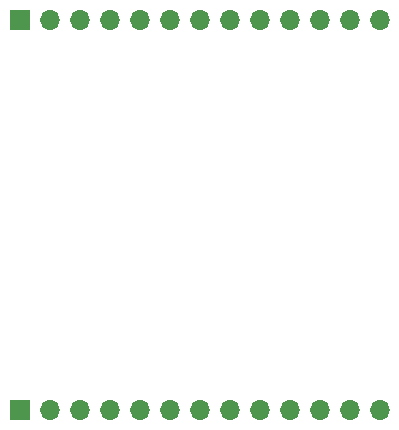
<source format=gbr>
%TF.GenerationSoftware,KiCad,Pcbnew,6.0.4-6f826c9f35~116~ubuntu20.04.1*%
%TF.CreationDate,2022-04-11T15:29:44-04:00*%
%TF.ProjectId,Brake Controller,4272616b-6520-4436-9f6e-74726f6c6c65,A*%
%TF.SameCoordinates,Original*%
%TF.FileFunction,Soldermask,Bot*%
%TF.FilePolarity,Negative*%
%FSLAX46Y46*%
G04 Gerber Fmt 4.6, Leading zero omitted, Abs format (unit mm)*
G04 Created by KiCad (PCBNEW 6.0.4-6f826c9f35~116~ubuntu20.04.1) date 2022-04-11 15:29:44*
%MOMM*%
%LPD*%
G01*
G04 APERTURE LIST*
%ADD10R,1.700000X1.700000*%
%ADD11O,1.700000X1.700000*%
G04 APERTURE END LIST*
D10*
%TO.C,J2*%
X124460000Y-121920000D03*
D11*
X127000000Y-121920000D03*
X129540000Y-121920000D03*
X132080000Y-121920000D03*
X134620000Y-121920000D03*
X137160000Y-121920000D03*
X139700000Y-121920000D03*
X142240000Y-121920000D03*
X144780000Y-121920000D03*
X147320000Y-121920000D03*
X149860000Y-121920000D03*
X152400000Y-121920000D03*
X154940000Y-121920000D03*
%TD*%
D10*
%TO.C,J1*%
X124460000Y-88900000D03*
D11*
X127000000Y-88900000D03*
X129540000Y-88900000D03*
X132080000Y-88900000D03*
X134620000Y-88900000D03*
X137160000Y-88900000D03*
X139700000Y-88900000D03*
X142240000Y-88900000D03*
X144780000Y-88900000D03*
X147320000Y-88900000D03*
X149860000Y-88900000D03*
X152400000Y-88900000D03*
X154940000Y-88900000D03*
%TD*%
M02*

</source>
